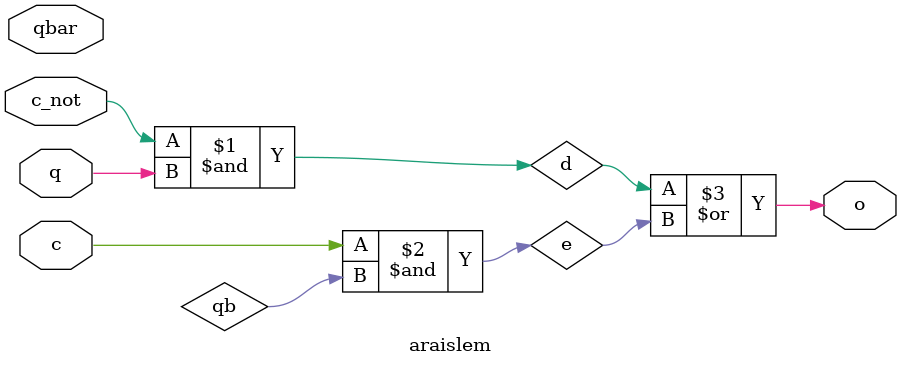
<source format=v>
module araislem(input c,input c_not,input q,input qbar,output o);
wire d,e;
and(d,c_not,q);
and(e,c,qb);
or(o,d,e);
endmodule
</source>
